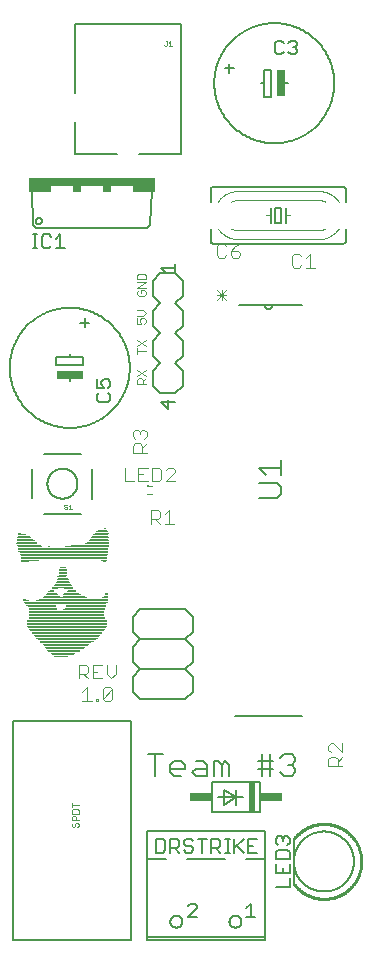
<source format=gto>
G75*
%MOIN*%
%OFA0B0*%
%FSLAX25Y25*%
%IPPOS*%
%LPD*%
%AMOC8*
5,1,8,0,0,1.08239X$1,22.5*
%
%ADD10R,0.04670X0.00333*%
%ADD11R,0.06000X0.00334*%
%ADD12R,0.07340X0.00333*%
%ADD13R,0.08330X0.00333*%
%ADD14R,0.09330X0.00334*%
%ADD15R,0.10340X0.00333*%
%ADD16R,0.11000X0.00333*%
%ADD17R,0.12000X0.00334*%
%ADD18R,0.12670X0.00333*%
%ADD19R,0.13330X0.00333*%
%ADD20R,0.14330X0.00334*%
%ADD21R,0.14660X0.00333*%
%ADD22R,0.15340X0.00333*%
%ADD23R,0.16330X0.00334*%
%ADD24R,0.17000X0.00333*%
%ADD25R,0.18000X0.00333*%
%ADD26R,0.18670X0.00334*%
%ADD27R,0.19330X0.00333*%
%ADD28R,0.20340X0.00333*%
%ADD29R,0.21000X0.00334*%
%ADD30R,0.21660X0.00333*%
%ADD31R,0.22000X0.00333*%
%ADD32R,0.22670X0.00334*%
%ADD33R,0.23330X0.00333*%
%ADD34R,0.23660X0.00333*%
%ADD35R,0.24000X0.00334*%
%ADD36R,0.24670X0.00333*%
%ADD37R,0.25330X0.00333*%
%ADD38R,0.25660X0.00334*%
%ADD39R,0.26000X0.00333*%
%ADD40R,0.26340X0.00333*%
%ADD41R,0.26670X0.00334*%
%ADD42R,0.26670X0.00333*%
%ADD43R,0.26340X0.00334*%
%ADD44R,0.25660X0.00333*%
%ADD45R,0.25000X0.00333*%
%ADD46R,0.25000X0.00334*%
%ADD47R,0.09660X0.00333*%
%ADD48R,0.14000X0.00333*%
%ADD49R,0.09330X0.00333*%
%ADD50R,0.13660X0.00333*%
%ADD51R,0.09340X0.00334*%
%ADD52R,0.13330X0.00334*%
%ADD53R,0.09340X0.00333*%
%ADD54R,0.09670X0.00333*%
%ADD55R,0.10670X0.00334*%
%ADD56R,0.14670X0.00334*%
%ADD57R,0.27000X0.00333*%
%ADD58R,0.27670X0.00333*%
%ADD59R,0.27670X0.00334*%
%ADD60R,0.01670X0.00333*%
%ADD61R,0.23670X0.00333*%
%ADD62R,0.01000X0.00333*%
%ADD63R,0.23000X0.00333*%
%ADD64R,0.16000X0.00334*%
%ADD65R,0.03000X0.00334*%
%ADD66R,0.14670X0.00333*%
%ADD67R,0.02330X0.00333*%
%ADD68R,0.05330X0.00333*%
%ADD69R,0.07330X0.00333*%
%ADD70R,0.01660X0.00333*%
%ADD71R,0.04670X0.00334*%
%ADD72R,0.06340X0.00334*%
%ADD73R,0.01330X0.00334*%
%ADD74R,0.04000X0.00333*%
%ADD75R,0.05670X0.00333*%
%ADD76R,0.03330X0.00333*%
%ADD77R,0.05000X0.00333*%
%ADD78R,0.02330X0.00334*%
%ADD79R,0.03660X0.00334*%
%ADD80R,0.03000X0.00333*%
%ADD81R,0.02660X0.00333*%
%ADD82R,0.01670X0.00334*%
%ADD83R,0.02670X0.00334*%
%ADD84R,0.02000X0.00333*%
%ADD85R,0.07000X0.00333*%
%ADD86R,0.06330X0.00334*%
%ADD87R,0.06000X0.00333*%
%ADD88R,0.05340X0.00333*%
%ADD89R,0.05000X0.00334*%
%ADD90R,0.04660X0.00333*%
%ADD91R,0.04000X0.00334*%
%ADD92R,0.03670X0.00333*%
%ADD93R,0.03340X0.00333*%
%ADD94R,0.03340X0.00334*%
%ADD95R,0.02660X0.00334*%
%ADD96R,0.00670X0.00334*%
%ADD97R,0.02340X0.00333*%
%ADD98R,0.20340X0.00334*%
%ADD99R,0.28670X0.00333*%
%ADD100R,0.28670X0.00334*%
%ADD101R,0.29330X0.00333*%
%ADD102R,0.29330X0.00334*%
%ADD103R,0.29670X0.00333*%
%ADD104R,0.29670X0.00334*%
%ADD105R,0.30330X0.00333*%
%ADD106R,0.12670X0.00334*%
%ADD107R,0.16660X0.00334*%
%ADD108R,0.00670X0.00333*%
%ADD109R,0.07670X0.00333*%
%ADD110R,0.12660X0.00333*%
%ADD111R,0.07660X0.00334*%
%ADD112R,0.08660X0.00334*%
%ADD113R,0.08000X0.00333*%
%ADD114R,0.06660X0.00333*%
%ADD115R,0.07000X0.00334*%
%ADD116R,0.05660X0.00333*%
%ADD117R,0.06330X0.00333*%
%ADD118R,0.03330X0.00334*%
%ADD119R,0.05330X0.00334*%
%ADD120R,0.02670X0.00333*%
%ADD121R,0.02000X0.00334*%
%ADD122R,0.00660X0.00333*%
%ADD123C,0.00400*%
%ADD124C,0.00600*%
%ADD125C,0.00200*%
%ADD126R,0.02500X0.09000*%
%ADD127C,0.00500*%
%ADD128R,0.09000X0.02500*%
%ADD129C,0.00800*%
%ADD130C,0.00100*%
%ADD131R,0.00984X0.00886*%
%ADD132C,0.01000*%
%ADD133C,0.00300*%
%ADD134R,0.02000X0.10000*%
%ADD135R,0.07500X0.03000*%
%ADD136R,0.42000X0.03000*%
%ADD137R,0.07500X0.02000*%
%ADD138R,0.03000X0.02000*%
D10*
X0022969Y0101324D03*
D11*
X0023304Y0101658D03*
X0035964Y0140658D03*
D12*
X0023634Y0101991D03*
D13*
X0023799Y0102324D03*
X0012799Y0137991D03*
D14*
X0023969Y0102658D03*
D15*
X0024134Y0102991D03*
D16*
X0024134Y0103324D03*
D17*
X0024304Y0103658D03*
D18*
X0024299Y0103991D03*
D19*
X0024299Y0104324D03*
X0031299Y0117991D03*
X0031299Y0118324D03*
D20*
X0024469Y0104658D03*
D21*
X0024634Y0104991D03*
X0031634Y0137991D03*
D22*
X0024634Y0105324D03*
D23*
X0024799Y0105658D03*
D24*
X0024804Y0105991D03*
D25*
X0024964Y0106324D03*
D26*
X0024969Y0106658D03*
D27*
X0024969Y0106991D03*
D28*
X0025134Y0107324D03*
D29*
X0025134Y0107658D03*
D30*
X0025134Y0107991D03*
D31*
X0024964Y0108324D03*
D32*
X0024969Y0108658D03*
D33*
X0024969Y0108991D03*
D34*
X0025134Y0109324D03*
D35*
X0024964Y0109658D03*
D36*
X0024969Y0109991D03*
D37*
X0024969Y0110324D03*
D38*
X0025134Y0110658D03*
X0025134Y0114658D03*
D39*
X0024964Y0110991D03*
D40*
X0025134Y0111324D03*
X0025134Y0112991D03*
X0025134Y0113324D03*
D41*
X0024969Y0111658D03*
D42*
X0024969Y0111991D03*
X0024969Y0112324D03*
D43*
X0025134Y0112658D03*
X0025134Y0113658D03*
D44*
X0025134Y0113991D03*
X0025134Y0114324D03*
D45*
X0025134Y0114991D03*
X0025134Y0115324D03*
X0025134Y0115991D03*
X0025134Y0116324D03*
D46*
X0025134Y0116658D03*
X0025134Y0115658D03*
D47*
X0017134Y0116991D03*
D48*
X0030634Y0116991D03*
D49*
X0016969Y0117324D03*
D50*
X0031134Y0117324D03*
D51*
X0016634Y0117658D03*
D52*
X0031299Y0117658D03*
D53*
X0016634Y0117991D03*
D54*
X0016469Y0118324D03*
D55*
X0016969Y0118658D03*
D56*
X0030969Y0118658D03*
D57*
X0024804Y0118991D03*
D58*
X0024799Y0119324D03*
D59*
X0024799Y0119658D03*
D60*
X0019799Y0122991D03*
X0011469Y0119991D03*
X0037469Y0133324D03*
D61*
X0026799Y0119991D03*
D62*
X0037804Y0132991D03*
X0038471Y0122324D03*
X0038464Y0121991D03*
X0011134Y0120324D03*
X0009464Y0142324D03*
D63*
X0027464Y0120324D03*
D64*
X0024634Y0120658D03*
D65*
X0037464Y0120658D03*
D66*
X0024299Y0120991D03*
D67*
X0023799Y0130991D03*
X0037799Y0120991D03*
D68*
X0019969Y0121324D03*
D69*
X0027299Y0121324D03*
X0035299Y0139324D03*
D70*
X0038134Y0121324D03*
X0020134Y0123324D03*
D71*
X0019969Y0121658D03*
D72*
X0027134Y0121658D03*
D73*
X0038299Y0121658D03*
D74*
X0023634Y0126324D03*
X0019964Y0121991D03*
X0010634Y0141324D03*
D75*
X0012799Y0133324D03*
X0026799Y0121991D03*
D76*
X0019969Y0122324D03*
D77*
X0026804Y0122324D03*
X0036464Y0141991D03*
D78*
X0023799Y0130658D03*
X0019799Y0122658D03*
D79*
X0027134Y0122658D03*
D80*
X0026804Y0122991D03*
X0025804Y0123991D03*
X0023464Y0127991D03*
X0037134Y0143324D03*
D81*
X0026634Y0123324D03*
X0023634Y0128324D03*
X0023634Y0128991D03*
X0023634Y0129324D03*
X0023634Y0129991D03*
X0023634Y0130324D03*
D82*
X0020469Y0123658D03*
D83*
X0026299Y0123658D03*
X0036969Y0133658D03*
D84*
X0020964Y0123991D03*
D85*
X0023804Y0124324D03*
X0011804Y0138991D03*
D86*
X0011469Y0139658D03*
X0023799Y0124658D03*
D87*
X0023634Y0124991D03*
X0011304Y0139991D03*
X0035964Y0140991D03*
D88*
X0023634Y0125324D03*
D89*
X0023804Y0125658D03*
X0010804Y0140658D03*
D90*
X0010634Y0140991D03*
X0023634Y0125991D03*
X0036634Y0142324D03*
D91*
X0036634Y0142658D03*
X0023634Y0126658D03*
D92*
X0023799Y0126991D03*
X0036799Y0142991D03*
D93*
X0023634Y0127324D03*
D94*
X0023634Y0127658D03*
D95*
X0023634Y0128658D03*
X0023634Y0129658D03*
D96*
X0010299Y0132658D03*
D97*
X0011134Y0132991D03*
D98*
X0020134Y0133658D03*
D99*
X0023969Y0133991D03*
X0023969Y0134324D03*
X0023969Y0134991D03*
D100*
X0023969Y0134658D03*
D101*
X0023969Y0135324D03*
X0023969Y0135991D03*
D102*
X0023969Y0135658D03*
D103*
X0023799Y0136324D03*
X0023799Y0136991D03*
D104*
X0023799Y0136658D03*
D105*
X0023799Y0137324D03*
D106*
X0014969Y0137658D03*
D107*
X0030634Y0137658D03*
D108*
X0018969Y0137991D03*
D109*
X0012469Y0138324D03*
D110*
X0032634Y0138324D03*
D111*
X0012134Y0138658D03*
D112*
X0034634Y0138658D03*
D113*
X0034964Y0138991D03*
D114*
X0035634Y0139991D03*
X0011634Y0139324D03*
D115*
X0035464Y0139658D03*
D116*
X0036134Y0141324D03*
X0011134Y0140324D03*
D117*
X0035799Y0140324D03*
D118*
X0010299Y0141658D03*
D119*
X0036299Y0141658D03*
D120*
X0009969Y0141991D03*
D121*
X0037304Y0143658D03*
D122*
X0037634Y0143991D03*
D123*
X0044323Y0159911D02*
X0047392Y0159911D01*
X0048927Y0159911D02*
X0048927Y0164515D01*
X0051996Y0164515D01*
X0050462Y0162213D02*
X0048927Y0162213D01*
X0048927Y0159911D02*
X0051996Y0159911D01*
X0051939Y0158485D02*
X0053514Y0158485D01*
X0053531Y0159911D02*
X0055833Y0159911D01*
X0056600Y0160678D01*
X0056600Y0163748D01*
X0055833Y0164515D01*
X0053531Y0164515D01*
X0053531Y0159911D01*
X0053514Y0155729D02*
X0051939Y0155729D01*
X0053079Y0150440D02*
X0055381Y0150440D01*
X0056149Y0149672D01*
X0056149Y0148138D01*
X0055381Y0147370D01*
X0053079Y0147370D01*
X0053079Y0145836D02*
X0053079Y0150440D01*
X0054614Y0147370D02*
X0056149Y0145836D01*
X0057683Y0145836D02*
X0060753Y0145836D01*
X0059218Y0145836D02*
X0059218Y0150440D01*
X0057683Y0148905D01*
X0058135Y0159911D02*
X0061204Y0162980D01*
X0061204Y0163748D01*
X0060437Y0164515D01*
X0058902Y0164515D01*
X0058135Y0163748D01*
X0058135Y0159911D02*
X0061204Y0159911D01*
X0051728Y0169505D02*
X0047124Y0169505D01*
X0047124Y0171807D01*
X0047891Y0172574D01*
X0049426Y0172574D01*
X0050193Y0171807D01*
X0050193Y0169505D01*
X0050193Y0171039D02*
X0051728Y0172574D01*
X0050960Y0174109D02*
X0051728Y0174876D01*
X0051728Y0176410D01*
X0050960Y0177178D01*
X0050193Y0177178D01*
X0049426Y0176410D01*
X0049426Y0175643D01*
X0049426Y0176410D02*
X0048659Y0177178D01*
X0047891Y0177178D01*
X0047124Y0176410D01*
X0047124Y0174876D01*
X0047891Y0174109D01*
X0044323Y0164515D02*
X0044323Y0159911D01*
X0041368Y0098794D02*
X0041368Y0095725D01*
X0039833Y0094190D01*
X0038299Y0095725D01*
X0038299Y0098794D01*
X0036764Y0098794D02*
X0033695Y0098794D01*
X0033695Y0094190D01*
X0036764Y0094190D01*
X0035229Y0096492D02*
X0033695Y0096492D01*
X0032160Y0096492D02*
X0031393Y0095725D01*
X0029091Y0095725D01*
X0030625Y0095725D02*
X0032160Y0094190D01*
X0032160Y0096492D02*
X0032160Y0098027D01*
X0031393Y0098794D01*
X0029091Y0098794D01*
X0029091Y0094190D01*
X0031776Y0091294D02*
X0030242Y0089759D01*
X0031776Y0091294D02*
X0031776Y0086690D01*
X0030242Y0086690D02*
X0033311Y0086690D01*
X0034846Y0086690D02*
X0035613Y0086690D01*
X0035613Y0087458D01*
X0034846Y0087458D01*
X0034846Y0086690D01*
X0037148Y0087458D02*
X0040217Y0090527D01*
X0040217Y0087458D01*
X0039450Y0086690D01*
X0037915Y0086690D01*
X0037148Y0087458D01*
X0037148Y0090527D01*
X0037915Y0091294D01*
X0039450Y0091294D01*
X0040217Y0090527D01*
X0075867Y0234468D02*
X0075100Y0235235D01*
X0075100Y0238304D01*
X0075867Y0239071D01*
X0077402Y0239071D01*
X0078169Y0238304D01*
X0079704Y0236770D02*
X0079704Y0235235D01*
X0080471Y0234468D01*
X0082006Y0234468D01*
X0082773Y0235235D01*
X0082773Y0236002D01*
X0082006Y0236770D01*
X0079704Y0236770D01*
X0081239Y0238304D01*
X0082773Y0239071D01*
X0078169Y0235235D02*
X0077402Y0234468D01*
X0075867Y0234468D01*
X0100115Y0234971D02*
X0100115Y0231902D01*
X0100883Y0231135D01*
X0102417Y0231135D01*
X0103185Y0231902D01*
X0104719Y0231135D02*
X0107789Y0231135D01*
X0106254Y0231135D02*
X0106254Y0235738D01*
X0104719Y0234204D01*
X0103185Y0234971D02*
X0102417Y0235738D01*
X0100883Y0235738D01*
X0100115Y0234971D01*
X0113044Y0072601D02*
X0112277Y0071834D01*
X0112277Y0070299D01*
X0113044Y0069532D01*
X0113044Y0067997D02*
X0114579Y0067997D01*
X0115346Y0067230D01*
X0115346Y0064928D01*
X0115346Y0066462D02*
X0116881Y0067997D01*
X0116881Y0069532D02*
X0113812Y0072601D01*
X0113044Y0072601D01*
X0113044Y0067997D02*
X0112277Y0067230D01*
X0112277Y0064928D01*
X0116881Y0064928D01*
X0116881Y0069532D02*
X0116881Y0072601D01*
D124*
X0103472Y0081650D02*
X0081072Y0081650D01*
X0077897Y0066565D02*
X0079131Y0065330D01*
X0079131Y0061627D01*
X0077459Y0057161D02*
X0081459Y0054661D01*
X0081459Y0057161D01*
X0081459Y0054661D02*
X0081459Y0052161D01*
X0081459Y0054661D02*
X0077459Y0052161D01*
X0077459Y0057161D01*
X0075459Y0054661D02*
X0081459Y0054661D01*
X0083959Y0054661D01*
X0088926Y0064096D02*
X0093864Y0064096D01*
X0093864Y0066565D02*
X0092630Y0066565D01*
X0088926Y0066565D01*
X0090161Y0069034D02*
X0090161Y0061627D01*
X0089459Y0059661D02*
X0089459Y0049661D01*
X0073459Y0049661D01*
X0073459Y0059661D01*
X0089459Y0059661D01*
X0092630Y0061627D02*
X0092630Y0069034D01*
X0096293Y0067799D02*
X0097527Y0069034D01*
X0099996Y0069034D01*
X0101230Y0067799D01*
X0101230Y0066565D01*
X0099996Y0065330D01*
X0101230Y0064096D01*
X0101230Y0062862D01*
X0099996Y0061627D01*
X0097527Y0061627D01*
X0096293Y0062862D01*
X0098762Y0065330D02*
X0099996Y0065330D01*
X0091087Y0043382D02*
X0091087Y0033980D01*
X0091087Y0007980D01*
X0091087Y0007181D01*
X0051788Y0007181D01*
X0051788Y0007980D01*
X0051788Y0033980D01*
X0051788Y0043382D01*
X0091087Y0043382D01*
X0091087Y0033980D02*
X0084788Y0033980D01*
X0077788Y0033980D02*
X0065087Y0033980D01*
X0058087Y0033980D02*
X0051788Y0033980D01*
X0059588Y0013182D02*
X0059590Y0013271D01*
X0059596Y0013360D01*
X0059606Y0013449D01*
X0059620Y0013537D01*
X0059637Y0013624D01*
X0059659Y0013710D01*
X0059685Y0013796D01*
X0059714Y0013880D01*
X0059747Y0013963D01*
X0059783Y0014044D01*
X0059824Y0014124D01*
X0059867Y0014201D01*
X0059914Y0014277D01*
X0059965Y0014350D01*
X0060018Y0014421D01*
X0060075Y0014490D01*
X0060135Y0014556D01*
X0060198Y0014620D01*
X0060263Y0014680D01*
X0060331Y0014738D01*
X0060402Y0014792D01*
X0060475Y0014843D01*
X0060550Y0014891D01*
X0060627Y0014936D01*
X0060706Y0014977D01*
X0060787Y0015014D01*
X0060869Y0015048D01*
X0060953Y0015079D01*
X0061038Y0015105D01*
X0061124Y0015128D01*
X0061211Y0015146D01*
X0061299Y0015161D01*
X0061388Y0015172D01*
X0061477Y0015179D01*
X0061566Y0015182D01*
X0061655Y0015181D01*
X0061744Y0015176D01*
X0061832Y0015167D01*
X0061921Y0015154D01*
X0062008Y0015137D01*
X0062095Y0015117D01*
X0062181Y0015092D01*
X0062265Y0015064D01*
X0062348Y0015032D01*
X0062430Y0014996D01*
X0062510Y0014957D01*
X0062588Y0014914D01*
X0062664Y0014868D01*
X0062738Y0014818D01*
X0062810Y0014765D01*
X0062879Y0014709D01*
X0062946Y0014650D01*
X0063010Y0014588D01*
X0063071Y0014524D01*
X0063130Y0014456D01*
X0063185Y0014386D01*
X0063237Y0014314D01*
X0063286Y0014239D01*
X0063331Y0014163D01*
X0063373Y0014084D01*
X0063411Y0014004D01*
X0063446Y0013922D01*
X0063477Y0013838D01*
X0063505Y0013753D01*
X0063528Y0013667D01*
X0063548Y0013580D01*
X0063564Y0013493D01*
X0063576Y0013404D01*
X0063584Y0013316D01*
X0063588Y0013227D01*
X0063588Y0013137D01*
X0063584Y0013048D01*
X0063576Y0012960D01*
X0063564Y0012871D01*
X0063548Y0012784D01*
X0063528Y0012697D01*
X0063505Y0012611D01*
X0063477Y0012526D01*
X0063446Y0012442D01*
X0063411Y0012360D01*
X0063373Y0012280D01*
X0063331Y0012201D01*
X0063286Y0012125D01*
X0063237Y0012050D01*
X0063185Y0011978D01*
X0063130Y0011908D01*
X0063071Y0011840D01*
X0063010Y0011776D01*
X0062946Y0011714D01*
X0062879Y0011655D01*
X0062810Y0011599D01*
X0062738Y0011546D01*
X0062664Y0011496D01*
X0062588Y0011450D01*
X0062510Y0011407D01*
X0062430Y0011368D01*
X0062348Y0011332D01*
X0062265Y0011300D01*
X0062181Y0011272D01*
X0062095Y0011247D01*
X0062008Y0011227D01*
X0061921Y0011210D01*
X0061832Y0011197D01*
X0061744Y0011188D01*
X0061655Y0011183D01*
X0061566Y0011182D01*
X0061477Y0011185D01*
X0061388Y0011192D01*
X0061299Y0011203D01*
X0061211Y0011218D01*
X0061124Y0011236D01*
X0061038Y0011259D01*
X0060953Y0011285D01*
X0060869Y0011316D01*
X0060787Y0011350D01*
X0060706Y0011387D01*
X0060627Y0011428D01*
X0060550Y0011473D01*
X0060475Y0011521D01*
X0060402Y0011572D01*
X0060331Y0011626D01*
X0060263Y0011684D01*
X0060198Y0011744D01*
X0060135Y0011808D01*
X0060075Y0011874D01*
X0060018Y0011943D01*
X0059965Y0012014D01*
X0059914Y0012087D01*
X0059867Y0012163D01*
X0059824Y0012240D01*
X0059783Y0012320D01*
X0059747Y0012401D01*
X0059714Y0012484D01*
X0059685Y0012568D01*
X0059659Y0012654D01*
X0059637Y0012740D01*
X0059620Y0012827D01*
X0059606Y0012915D01*
X0059596Y0013004D01*
X0059590Y0013093D01*
X0059588Y0013182D01*
X0051788Y0007980D02*
X0091087Y0007980D01*
X0079288Y0013182D02*
X0079290Y0013271D01*
X0079296Y0013360D01*
X0079306Y0013449D01*
X0079320Y0013537D01*
X0079337Y0013624D01*
X0079359Y0013710D01*
X0079385Y0013796D01*
X0079414Y0013880D01*
X0079447Y0013963D01*
X0079483Y0014044D01*
X0079524Y0014124D01*
X0079567Y0014201D01*
X0079614Y0014277D01*
X0079665Y0014350D01*
X0079718Y0014421D01*
X0079775Y0014490D01*
X0079835Y0014556D01*
X0079898Y0014620D01*
X0079963Y0014680D01*
X0080031Y0014738D01*
X0080102Y0014792D01*
X0080175Y0014843D01*
X0080250Y0014891D01*
X0080327Y0014936D01*
X0080406Y0014977D01*
X0080487Y0015014D01*
X0080569Y0015048D01*
X0080653Y0015079D01*
X0080738Y0015105D01*
X0080824Y0015128D01*
X0080911Y0015146D01*
X0080999Y0015161D01*
X0081088Y0015172D01*
X0081177Y0015179D01*
X0081266Y0015182D01*
X0081355Y0015181D01*
X0081444Y0015176D01*
X0081532Y0015167D01*
X0081621Y0015154D01*
X0081708Y0015137D01*
X0081795Y0015117D01*
X0081881Y0015092D01*
X0081965Y0015064D01*
X0082048Y0015032D01*
X0082130Y0014996D01*
X0082210Y0014957D01*
X0082288Y0014914D01*
X0082364Y0014868D01*
X0082438Y0014818D01*
X0082510Y0014765D01*
X0082579Y0014709D01*
X0082646Y0014650D01*
X0082710Y0014588D01*
X0082771Y0014524D01*
X0082830Y0014456D01*
X0082885Y0014386D01*
X0082937Y0014314D01*
X0082986Y0014239D01*
X0083031Y0014163D01*
X0083073Y0014084D01*
X0083111Y0014004D01*
X0083146Y0013922D01*
X0083177Y0013838D01*
X0083205Y0013753D01*
X0083228Y0013667D01*
X0083248Y0013580D01*
X0083264Y0013493D01*
X0083276Y0013404D01*
X0083284Y0013316D01*
X0083288Y0013227D01*
X0083288Y0013137D01*
X0083284Y0013048D01*
X0083276Y0012960D01*
X0083264Y0012871D01*
X0083248Y0012784D01*
X0083228Y0012697D01*
X0083205Y0012611D01*
X0083177Y0012526D01*
X0083146Y0012442D01*
X0083111Y0012360D01*
X0083073Y0012280D01*
X0083031Y0012201D01*
X0082986Y0012125D01*
X0082937Y0012050D01*
X0082885Y0011978D01*
X0082830Y0011908D01*
X0082771Y0011840D01*
X0082710Y0011776D01*
X0082646Y0011714D01*
X0082579Y0011655D01*
X0082510Y0011599D01*
X0082438Y0011546D01*
X0082364Y0011496D01*
X0082288Y0011450D01*
X0082210Y0011407D01*
X0082130Y0011368D01*
X0082048Y0011332D01*
X0081965Y0011300D01*
X0081881Y0011272D01*
X0081795Y0011247D01*
X0081708Y0011227D01*
X0081621Y0011210D01*
X0081532Y0011197D01*
X0081444Y0011188D01*
X0081355Y0011183D01*
X0081266Y0011182D01*
X0081177Y0011185D01*
X0081088Y0011192D01*
X0080999Y0011203D01*
X0080911Y0011218D01*
X0080824Y0011236D01*
X0080738Y0011259D01*
X0080653Y0011285D01*
X0080569Y0011316D01*
X0080487Y0011350D01*
X0080406Y0011387D01*
X0080327Y0011428D01*
X0080250Y0011473D01*
X0080175Y0011521D01*
X0080102Y0011572D01*
X0080031Y0011626D01*
X0079963Y0011684D01*
X0079898Y0011744D01*
X0079835Y0011808D01*
X0079775Y0011874D01*
X0079718Y0011943D01*
X0079665Y0012014D01*
X0079614Y0012087D01*
X0079567Y0012163D01*
X0079524Y0012240D01*
X0079483Y0012320D01*
X0079447Y0012401D01*
X0079414Y0012484D01*
X0079385Y0012568D01*
X0079359Y0012654D01*
X0079337Y0012740D01*
X0079320Y0012827D01*
X0079306Y0012915D01*
X0079296Y0013004D01*
X0079290Y0013093D01*
X0079288Y0013182D01*
X0076663Y0061627D02*
X0076663Y0065330D01*
X0077897Y0066565D01*
X0076663Y0065330D02*
X0075428Y0066565D01*
X0074194Y0066565D01*
X0074194Y0061627D01*
X0071765Y0061627D02*
X0068062Y0061627D01*
X0066828Y0062862D01*
X0068062Y0064096D01*
X0071765Y0064096D01*
X0071765Y0065330D02*
X0071765Y0061627D01*
X0071765Y0065330D02*
X0070531Y0066565D01*
X0068062Y0066565D01*
X0064399Y0065330D02*
X0064399Y0064096D01*
X0059461Y0064096D01*
X0059461Y0062862D02*
X0059461Y0065330D01*
X0060696Y0066565D01*
X0063164Y0066565D01*
X0064399Y0065330D01*
X0063164Y0061627D02*
X0060696Y0061627D01*
X0059461Y0062862D01*
X0057033Y0069034D02*
X0052095Y0069034D01*
X0054564Y0069034D02*
X0054564Y0061627D01*
X0049628Y0087323D02*
X0047128Y0089823D01*
X0047128Y0094823D01*
X0049628Y0097323D01*
X0064628Y0097323D01*
X0067128Y0099823D01*
X0067128Y0104823D01*
X0064628Y0107323D01*
X0067128Y0109823D01*
X0067128Y0114823D01*
X0064628Y0117323D01*
X0049628Y0117323D01*
X0047128Y0114823D01*
X0047128Y0109823D01*
X0049628Y0107323D01*
X0064628Y0107323D01*
X0064628Y0097323D02*
X0067128Y0094823D01*
X0067128Y0089823D01*
X0064628Y0087323D01*
X0049628Y0087323D01*
X0049628Y0097323D02*
X0047128Y0099823D01*
X0047128Y0104823D01*
X0049628Y0107323D01*
X0056294Y0189312D02*
X0053794Y0191812D01*
X0053794Y0196812D01*
X0056294Y0199312D01*
X0053794Y0201812D01*
X0053794Y0206812D01*
X0056294Y0209312D01*
X0053794Y0211812D01*
X0053794Y0216812D01*
X0056294Y0219312D01*
X0053794Y0221812D01*
X0053794Y0226812D01*
X0056294Y0229312D01*
X0061294Y0229312D01*
X0063794Y0226812D01*
X0063794Y0221812D01*
X0061294Y0219312D01*
X0063794Y0216812D01*
X0063794Y0211812D01*
X0061294Y0209312D01*
X0063794Y0206812D01*
X0063794Y0201812D01*
X0061294Y0199312D01*
X0063794Y0196812D01*
X0063794Y0191812D01*
X0061294Y0189312D01*
X0056294Y0189312D01*
X0074040Y0239153D02*
X0117040Y0239153D01*
X0117100Y0239155D01*
X0117161Y0239160D01*
X0117220Y0239169D01*
X0117279Y0239182D01*
X0117338Y0239198D01*
X0117395Y0239218D01*
X0117450Y0239241D01*
X0117505Y0239268D01*
X0117557Y0239297D01*
X0117608Y0239330D01*
X0117657Y0239366D01*
X0117703Y0239404D01*
X0117747Y0239446D01*
X0117789Y0239490D01*
X0117827Y0239536D01*
X0117863Y0239585D01*
X0117896Y0239636D01*
X0117925Y0239688D01*
X0117952Y0239743D01*
X0117975Y0239798D01*
X0117995Y0239855D01*
X0118011Y0239914D01*
X0118024Y0239973D01*
X0118033Y0240032D01*
X0118038Y0240093D01*
X0118040Y0240153D01*
X0118040Y0244153D01*
X0118040Y0253153D02*
X0118040Y0257153D01*
X0118038Y0257213D01*
X0118033Y0257274D01*
X0118024Y0257333D01*
X0118011Y0257392D01*
X0117995Y0257451D01*
X0117975Y0257508D01*
X0117952Y0257563D01*
X0117925Y0257618D01*
X0117896Y0257670D01*
X0117863Y0257721D01*
X0117827Y0257770D01*
X0117789Y0257816D01*
X0117747Y0257860D01*
X0117703Y0257902D01*
X0117657Y0257940D01*
X0117608Y0257976D01*
X0117557Y0258009D01*
X0117505Y0258038D01*
X0117450Y0258065D01*
X0117395Y0258088D01*
X0117338Y0258108D01*
X0117279Y0258124D01*
X0117220Y0258137D01*
X0117161Y0258146D01*
X0117100Y0258151D01*
X0117040Y0258153D01*
X0074040Y0258153D01*
X0073980Y0258151D01*
X0073919Y0258146D01*
X0073860Y0258137D01*
X0073801Y0258124D01*
X0073742Y0258108D01*
X0073685Y0258088D01*
X0073630Y0258065D01*
X0073575Y0258038D01*
X0073523Y0258009D01*
X0073472Y0257976D01*
X0073423Y0257940D01*
X0073377Y0257902D01*
X0073333Y0257860D01*
X0073291Y0257816D01*
X0073253Y0257770D01*
X0073217Y0257721D01*
X0073184Y0257670D01*
X0073155Y0257618D01*
X0073128Y0257563D01*
X0073105Y0257508D01*
X0073085Y0257451D01*
X0073069Y0257392D01*
X0073056Y0257333D01*
X0073047Y0257274D01*
X0073042Y0257213D01*
X0073040Y0257153D01*
X0073040Y0253153D01*
X0073040Y0244153D02*
X0073040Y0240153D01*
X0073042Y0240093D01*
X0073047Y0240032D01*
X0073056Y0239973D01*
X0073069Y0239914D01*
X0073085Y0239855D01*
X0073105Y0239798D01*
X0073128Y0239743D01*
X0073155Y0239688D01*
X0073184Y0239636D01*
X0073217Y0239585D01*
X0073253Y0239536D01*
X0073291Y0239490D01*
X0073333Y0239446D01*
X0073377Y0239404D01*
X0073423Y0239366D01*
X0073472Y0239330D01*
X0073523Y0239297D01*
X0073575Y0239268D01*
X0073630Y0239241D01*
X0073685Y0239218D01*
X0073742Y0239198D01*
X0073801Y0239182D01*
X0073860Y0239169D01*
X0073919Y0239160D01*
X0073980Y0239155D01*
X0074040Y0239153D01*
X0082472Y0218650D02*
X0091072Y0218650D01*
X0093472Y0218650D01*
X0103472Y0218650D01*
X0093472Y0218650D02*
X0093470Y0218581D01*
X0093464Y0218513D01*
X0093454Y0218445D01*
X0093441Y0218378D01*
X0093423Y0218312D01*
X0093402Y0218247D01*
X0093377Y0218183D01*
X0093349Y0218121D01*
X0093317Y0218060D01*
X0093282Y0218001D01*
X0093243Y0217945D01*
X0093201Y0217890D01*
X0093156Y0217839D01*
X0093108Y0217789D01*
X0093058Y0217743D01*
X0093005Y0217700D01*
X0092949Y0217659D01*
X0092892Y0217622D01*
X0092832Y0217589D01*
X0092770Y0217558D01*
X0092707Y0217532D01*
X0092643Y0217509D01*
X0092577Y0217489D01*
X0092510Y0217474D01*
X0092443Y0217462D01*
X0092375Y0217454D01*
X0092306Y0217450D01*
X0092238Y0217450D01*
X0092169Y0217454D01*
X0092101Y0217462D01*
X0092034Y0217474D01*
X0091967Y0217489D01*
X0091901Y0217509D01*
X0091837Y0217532D01*
X0091774Y0217558D01*
X0091712Y0217589D01*
X0091652Y0217622D01*
X0091595Y0217659D01*
X0091539Y0217700D01*
X0091486Y0217743D01*
X0091436Y0217789D01*
X0091388Y0217839D01*
X0091343Y0217890D01*
X0091301Y0217945D01*
X0091262Y0218001D01*
X0091227Y0218060D01*
X0091195Y0218121D01*
X0091167Y0218183D01*
X0091142Y0218247D01*
X0091121Y0218312D01*
X0091103Y0218378D01*
X0091090Y0218445D01*
X0091080Y0218513D01*
X0091074Y0218581D01*
X0091072Y0218650D01*
X0093040Y0246153D02*
X0093040Y0248653D01*
X0093040Y0251153D01*
X0094540Y0251153D02*
X0094540Y0246153D01*
X0096540Y0246153D01*
X0096540Y0251153D01*
X0094540Y0251153D01*
X0098040Y0251153D02*
X0098040Y0248653D01*
X0098040Y0246153D01*
X0093216Y0288117D02*
X0090716Y0288117D01*
X0090716Y0292617D01*
X0090716Y0297117D01*
X0093216Y0297117D01*
X0093216Y0288117D01*
X0074216Y0292617D02*
X0074222Y0293108D01*
X0074240Y0293598D01*
X0074270Y0294088D01*
X0074312Y0294577D01*
X0074366Y0295065D01*
X0074432Y0295552D01*
X0074510Y0296036D01*
X0074600Y0296519D01*
X0074702Y0296999D01*
X0074815Y0297477D01*
X0074940Y0297951D01*
X0075077Y0298423D01*
X0075225Y0298891D01*
X0075385Y0299355D01*
X0075556Y0299815D01*
X0075738Y0300271D01*
X0075932Y0300722D01*
X0076136Y0301168D01*
X0076352Y0301609D01*
X0076578Y0302045D01*
X0076814Y0302475D01*
X0077061Y0302899D01*
X0077319Y0303317D01*
X0077587Y0303728D01*
X0077864Y0304133D01*
X0078152Y0304531D01*
X0078449Y0304922D01*
X0078756Y0305305D01*
X0079072Y0305680D01*
X0079397Y0306048D01*
X0079731Y0306408D01*
X0080074Y0306759D01*
X0080425Y0307102D01*
X0080785Y0307436D01*
X0081153Y0307761D01*
X0081528Y0308077D01*
X0081911Y0308384D01*
X0082302Y0308681D01*
X0082700Y0308969D01*
X0083105Y0309246D01*
X0083516Y0309514D01*
X0083934Y0309772D01*
X0084358Y0310019D01*
X0084788Y0310255D01*
X0085224Y0310481D01*
X0085665Y0310697D01*
X0086111Y0310901D01*
X0086562Y0311095D01*
X0087018Y0311277D01*
X0087478Y0311448D01*
X0087942Y0311608D01*
X0088410Y0311756D01*
X0088882Y0311893D01*
X0089356Y0312018D01*
X0089834Y0312131D01*
X0090314Y0312233D01*
X0090797Y0312323D01*
X0091281Y0312401D01*
X0091768Y0312467D01*
X0092256Y0312521D01*
X0092745Y0312563D01*
X0093235Y0312593D01*
X0093725Y0312611D01*
X0094216Y0312617D01*
X0094707Y0312611D01*
X0095197Y0312593D01*
X0095687Y0312563D01*
X0096176Y0312521D01*
X0096664Y0312467D01*
X0097151Y0312401D01*
X0097635Y0312323D01*
X0098118Y0312233D01*
X0098598Y0312131D01*
X0099076Y0312018D01*
X0099550Y0311893D01*
X0100022Y0311756D01*
X0100490Y0311608D01*
X0100954Y0311448D01*
X0101414Y0311277D01*
X0101870Y0311095D01*
X0102321Y0310901D01*
X0102767Y0310697D01*
X0103208Y0310481D01*
X0103644Y0310255D01*
X0104074Y0310019D01*
X0104498Y0309772D01*
X0104916Y0309514D01*
X0105327Y0309246D01*
X0105732Y0308969D01*
X0106130Y0308681D01*
X0106521Y0308384D01*
X0106904Y0308077D01*
X0107279Y0307761D01*
X0107647Y0307436D01*
X0108007Y0307102D01*
X0108358Y0306759D01*
X0108701Y0306408D01*
X0109035Y0306048D01*
X0109360Y0305680D01*
X0109676Y0305305D01*
X0109983Y0304922D01*
X0110280Y0304531D01*
X0110568Y0304133D01*
X0110845Y0303728D01*
X0111113Y0303317D01*
X0111371Y0302899D01*
X0111618Y0302475D01*
X0111854Y0302045D01*
X0112080Y0301609D01*
X0112296Y0301168D01*
X0112500Y0300722D01*
X0112694Y0300271D01*
X0112876Y0299815D01*
X0113047Y0299355D01*
X0113207Y0298891D01*
X0113355Y0298423D01*
X0113492Y0297951D01*
X0113617Y0297477D01*
X0113730Y0296999D01*
X0113832Y0296519D01*
X0113922Y0296036D01*
X0114000Y0295552D01*
X0114066Y0295065D01*
X0114120Y0294577D01*
X0114162Y0294088D01*
X0114192Y0293598D01*
X0114210Y0293108D01*
X0114216Y0292617D01*
X0114210Y0292126D01*
X0114192Y0291636D01*
X0114162Y0291146D01*
X0114120Y0290657D01*
X0114066Y0290169D01*
X0114000Y0289682D01*
X0113922Y0289198D01*
X0113832Y0288715D01*
X0113730Y0288235D01*
X0113617Y0287757D01*
X0113492Y0287283D01*
X0113355Y0286811D01*
X0113207Y0286343D01*
X0113047Y0285879D01*
X0112876Y0285419D01*
X0112694Y0284963D01*
X0112500Y0284512D01*
X0112296Y0284066D01*
X0112080Y0283625D01*
X0111854Y0283189D01*
X0111618Y0282759D01*
X0111371Y0282335D01*
X0111113Y0281917D01*
X0110845Y0281506D01*
X0110568Y0281101D01*
X0110280Y0280703D01*
X0109983Y0280312D01*
X0109676Y0279929D01*
X0109360Y0279554D01*
X0109035Y0279186D01*
X0108701Y0278826D01*
X0108358Y0278475D01*
X0108007Y0278132D01*
X0107647Y0277798D01*
X0107279Y0277473D01*
X0106904Y0277157D01*
X0106521Y0276850D01*
X0106130Y0276553D01*
X0105732Y0276265D01*
X0105327Y0275988D01*
X0104916Y0275720D01*
X0104498Y0275462D01*
X0104074Y0275215D01*
X0103644Y0274979D01*
X0103208Y0274753D01*
X0102767Y0274537D01*
X0102321Y0274333D01*
X0101870Y0274139D01*
X0101414Y0273957D01*
X0100954Y0273786D01*
X0100490Y0273626D01*
X0100022Y0273478D01*
X0099550Y0273341D01*
X0099076Y0273216D01*
X0098598Y0273103D01*
X0098118Y0273001D01*
X0097635Y0272911D01*
X0097151Y0272833D01*
X0096664Y0272767D01*
X0096176Y0272713D01*
X0095687Y0272671D01*
X0095197Y0272641D01*
X0094707Y0272623D01*
X0094216Y0272617D01*
X0093725Y0272623D01*
X0093235Y0272641D01*
X0092745Y0272671D01*
X0092256Y0272713D01*
X0091768Y0272767D01*
X0091281Y0272833D01*
X0090797Y0272911D01*
X0090314Y0273001D01*
X0089834Y0273103D01*
X0089356Y0273216D01*
X0088882Y0273341D01*
X0088410Y0273478D01*
X0087942Y0273626D01*
X0087478Y0273786D01*
X0087018Y0273957D01*
X0086562Y0274139D01*
X0086111Y0274333D01*
X0085665Y0274537D01*
X0085224Y0274753D01*
X0084788Y0274979D01*
X0084358Y0275215D01*
X0083934Y0275462D01*
X0083516Y0275720D01*
X0083105Y0275988D01*
X0082700Y0276265D01*
X0082302Y0276553D01*
X0081911Y0276850D01*
X0081528Y0277157D01*
X0081153Y0277473D01*
X0080785Y0277798D01*
X0080425Y0278132D01*
X0080074Y0278475D01*
X0079731Y0278826D01*
X0079397Y0279186D01*
X0079072Y0279554D01*
X0078756Y0279929D01*
X0078449Y0280312D01*
X0078152Y0280703D01*
X0077864Y0281101D01*
X0077587Y0281506D01*
X0077319Y0281917D01*
X0077061Y0282335D01*
X0076814Y0282759D01*
X0076578Y0283189D01*
X0076352Y0283625D01*
X0076136Y0284066D01*
X0075932Y0284512D01*
X0075738Y0284963D01*
X0075556Y0285419D01*
X0075385Y0285879D01*
X0075225Y0286343D01*
X0075077Y0286811D01*
X0074940Y0287283D01*
X0074815Y0287757D01*
X0074702Y0288235D01*
X0074600Y0288715D01*
X0074510Y0289198D01*
X0074432Y0289682D01*
X0074366Y0290169D01*
X0074312Y0290657D01*
X0074270Y0291146D01*
X0074240Y0291636D01*
X0074222Y0292126D01*
X0074216Y0292617D01*
X0077716Y0297617D02*
X0080716Y0297617D01*
X0079216Y0299117D02*
X0079216Y0296117D01*
X0089716Y0292617D02*
X0090716Y0292617D01*
X0096716Y0292617D02*
X0098716Y0292617D01*
X0032549Y0212746D02*
X0029549Y0212746D01*
X0031049Y0211246D02*
X0031049Y0214246D01*
X0026049Y0202246D02*
X0026049Y0201246D01*
X0030549Y0201246D01*
X0030549Y0198746D01*
X0021549Y0198746D01*
X0021549Y0201246D01*
X0026049Y0201246D01*
X0006049Y0197746D02*
X0006055Y0198237D01*
X0006073Y0198727D01*
X0006103Y0199217D01*
X0006145Y0199706D01*
X0006199Y0200194D01*
X0006265Y0200681D01*
X0006343Y0201165D01*
X0006433Y0201648D01*
X0006535Y0202128D01*
X0006648Y0202606D01*
X0006773Y0203080D01*
X0006910Y0203552D01*
X0007058Y0204020D01*
X0007218Y0204484D01*
X0007389Y0204944D01*
X0007571Y0205400D01*
X0007765Y0205851D01*
X0007969Y0206297D01*
X0008185Y0206738D01*
X0008411Y0207174D01*
X0008647Y0207604D01*
X0008894Y0208028D01*
X0009152Y0208446D01*
X0009420Y0208857D01*
X0009697Y0209262D01*
X0009985Y0209660D01*
X0010282Y0210051D01*
X0010589Y0210434D01*
X0010905Y0210809D01*
X0011230Y0211177D01*
X0011564Y0211537D01*
X0011907Y0211888D01*
X0012258Y0212231D01*
X0012618Y0212565D01*
X0012986Y0212890D01*
X0013361Y0213206D01*
X0013744Y0213513D01*
X0014135Y0213810D01*
X0014533Y0214098D01*
X0014938Y0214375D01*
X0015349Y0214643D01*
X0015767Y0214901D01*
X0016191Y0215148D01*
X0016621Y0215384D01*
X0017057Y0215610D01*
X0017498Y0215826D01*
X0017944Y0216030D01*
X0018395Y0216224D01*
X0018851Y0216406D01*
X0019311Y0216577D01*
X0019775Y0216737D01*
X0020243Y0216885D01*
X0020715Y0217022D01*
X0021189Y0217147D01*
X0021667Y0217260D01*
X0022147Y0217362D01*
X0022630Y0217452D01*
X0023114Y0217530D01*
X0023601Y0217596D01*
X0024089Y0217650D01*
X0024578Y0217692D01*
X0025068Y0217722D01*
X0025558Y0217740D01*
X0026049Y0217746D01*
X0026540Y0217740D01*
X0027030Y0217722D01*
X0027520Y0217692D01*
X0028009Y0217650D01*
X0028497Y0217596D01*
X0028984Y0217530D01*
X0029468Y0217452D01*
X0029951Y0217362D01*
X0030431Y0217260D01*
X0030909Y0217147D01*
X0031383Y0217022D01*
X0031855Y0216885D01*
X0032323Y0216737D01*
X0032787Y0216577D01*
X0033247Y0216406D01*
X0033703Y0216224D01*
X0034154Y0216030D01*
X0034600Y0215826D01*
X0035041Y0215610D01*
X0035477Y0215384D01*
X0035907Y0215148D01*
X0036331Y0214901D01*
X0036749Y0214643D01*
X0037160Y0214375D01*
X0037565Y0214098D01*
X0037963Y0213810D01*
X0038354Y0213513D01*
X0038737Y0213206D01*
X0039112Y0212890D01*
X0039480Y0212565D01*
X0039840Y0212231D01*
X0040191Y0211888D01*
X0040534Y0211537D01*
X0040868Y0211177D01*
X0041193Y0210809D01*
X0041509Y0210434D01*
X0041816Y0210051D01*
X0042113Y0209660D01*
X0042401Y0209262D01*
X0042678Y0208857D01*
X0042946Y0208446D01*
X0043204Y0208028D01*
X0043451Y0207604D01*
X0043687Y0207174D01*
X0043913Y0206738D01*
X0044129Y0206297D01*
X0044333Y0205851D01*
X0044527Y0205400D01*
X0044709Y0204944D01*
X0044880Y0204484D01*
X0045040Y0204020D01*
X0045188Y0203552D01*
X0045325Y0203080D01*
X0045450Y0202606D01*
X0045563Y0202128D01*
X0045665Y0201648D01*
X0045755Y0201165D01*
X0045833Y0200681D01*
X0045899Y0200194D01*
X0045953Y0199706D01*
X0045995Y0199217D01*
X0046025Y0198727D01*
X0046043Y0198237D01*
X0046049Y0197746D01*
X0046043Y0197255D01*
X0046025Y0196765D01*
X0045995Y0196275D01*
X0045953Y0195786D01*
X0045899Y0195298D01*
X0045833Y0194811D01*
X0045755Y0194327D01*
X0045665Y0193844D01*
X0045563Y0193364D01*
X0045450Y0192886D01*
X0045325Y0192412D01*
X0045188Y0191940D01*
X0045040Y0191472D01*
X0044880Y0191008D01*
X0044709Y0190548D01*
X0044527Y0190092D01*
X0044333Y0189641D01*
X0044129Y0189195D01*
X0043913Y0188754D01*
X0043687Y0188318D01*
X0043451Y0187888D01*
X0043204Y0187464D01*
X0042946Y0187046D01*
X0042678Y0186635D01*
X0042401Y0186230D01*
X0042113Y0185832D01*
X0041816Y0185441D01*
X0041509Y0185058D01*
X0041193Y0184683D01*
X0040868Y0184315D01*
X0040534Y0183955D01*
X0040191Y0183604D01*
X0039840Y0183261D01*
X0039480Y0182927D01*
X0039112Y0182602D01*
X0038737Y0182286D01*
X0038354Y0181979D01*
X0037963Y0181682D01*
X0037565Y0181394D01*
X0037160Y0181117D01*
X0036749Y0180849D01*
X0036331Y0180591D01*
X0035907Y0180344D01*
X0035477Y0180108D01*
X0035041Y0179882D01*
X0034600Y0179666D01*
X0034154Y0179462D01*
X0033703Y0179268D01*
X0033247Y0179086D01*
X0032787Y0178915D01*
X0032323Y0178755D01*
X0031855Y0178607D01*
X0031383Y0178470D01*
X0030909Y0178345D01*
X0030431Y0178232D01*
X0029951Y0178130D01*
X0029468Y0178040D01*
X0028984Y0177962D01*
X0028497Y0177896D01*
X0028009Y0177842D01*
X0027520Y0177800D01*
X0027030Y0177770D01*
X0026540Y0177752D01*
X0026049Y0177746D01*
X0025558Y0177752D01*
X0025068Y0177770D01*
X0024578Y0177800D01*
X0024089Y0177842D01*
X0023601Y0177896D01*
X0023114Y0177962D01*
X0022630Y0178040D01*
X0022147Y0178130D01*
X0021667Y0178232D01*
X0021189Y0178345D01*
X0020715Y0178470D01*
X0020243Y0178607D01*
X0019775Y0178755D01*
X0019311Y0178915D01*
X0018851Y0179086D01*
X0018395Y0179268D01*
X0017944Y0179462D01*
X0017498Y0179666D01*
X0017057Y0179882D01*
X0016621Y0180108D01*
X0016191Y0180344D01*
X0015767Y0180591D01*
X0015349Y0180849D01*
X0014938Y0181117D01*
X0014533Y0181394D01*
X0014135Y0181682D01*
X0013744Y0181979D01*
X0013361Y0182286D01*
X0012986Y0182602D01*
X0012618Y0182927D01*
X0012258Y0183261D01*
X0011907Y0183604D01*
X0011564Y0183955D01*
X0011230Y0184315D01*
X0010905Y0184683D01*
X0010589Y0185058D01*
X0010282Y0185441D01*
X0009985Y0185832D01*
X0009697Y0186230D01*
X0009420Y0186635D01*
X0009152Y0187046D01*
X0008894Y0187464D01*
X0008647Y0187888D01*
X0008411Y0188318D01*
X0008185Y0188754D01*
X0007969Y0189195D01*
X0007765Y0189641D01*
X0007571Y0190092D01*
X0007389Y0190548D01*
X0007218Y0191008D01*
X0007058Y0191472D01*
X0006910Y0191940D01*
X0006773Y0192412D01*
X0006648Y0192886D01*
X0006535Y0193364D01*
X0006433Y0193844D01*
X0006343Y0194327D01*
X0006265Y0194811D01*
X0006199Y0195298D01*
X0006145Y0195786D01*
X0006103Y0196275D01*
X0006073Y0196765D01*
X0006055Y0197255D01*
X0006049Y0197746D01*
X0026049Y0195246D02*
X0026049Y0193246D01*
X0100755Y0033214D02*
X0100758Y0033459D01*
X0100767Y0033705D01*
X0100782Y0033950D01*
X0100803Y0034194D01*
X0100830Y0034438D01*
X0100863Y0034681D01*
X0100902Y0034924D01*
X0100947Y0035165D01*
X0100998Y0035405D01*
X0101055Y0035644D01*
X0101117Y0035881D01*
X0101186Y0036117D01*
X0101260Y0036351D01*
X0101340Y0036583D01*
X0101425Y0036813D01*
X0101516Y0037041D01*
X0101613Y0037266D01*
X0101715Y0037490D01*
X0101823Y0037710D01*
X0101936Y0037928D01*
X0102054Y0038143D01*
X0102178Y0038355D01*
X0102306Y0038564D01*
X0102440Y0038770D01*
X0102579Y0038972D01*
X0102723Y0039171D01*
X0102872Y0039366D01*
X0103025Y0039558D01*
X0103183Y0039746D01*
X0103345Y0039930D01*
X0103513Y0040109D01*
X0103684Y0040285D01*
X0103860Y0040456D01*
X0104039Y0040624D01*
X0104223Y0040786D01*
X0104411Y0040944D01*
X0104603Y0041097D01*
X0104798Y0041246D01*
X0104997Y0041390D01*
X0105199Y0041529D01*
X0105405Y0041663D01*
X0105614Y0041791D01*
X0105826Y0041915D01*
X0106041Y0042033D01*
X0106259Y0042146D01*
X0106479Y0042254D01*
X0106703Y0042356D01*
X0106928Y0042453D01*
X0107156Y0042544D01*
X0107386Y0042629D01*
X0107618Y0042709D01*
X0107852Y0042783D01*
X0108088Y0042852D01*
X0108325Y0042914D01*
X0108564Y0042971D01*
X0108804Y0043022D01*
X0109045Y0043067D01*
X0109288Y0043106D01*
X0109531Y0043139D01*
X0109775Y0043166D01*
X0110019Y0043187D01*
X0110264Y0043202D01*
X0110510Y0043211D01*
X0110755Y0043214D01*
X0111000Y0043211D01*
X0111246Y0043202D01*
X0111491Y0043187D01*
X0111735Y0043166D01*
X0111979Y0043139D01*
X0112222Y0043106D01*
X0112465Y0043067D01*
X0112706Y0043022D01*
X0112946Y0042971D01*
X0113185Y0042914D01*
X0113422Y0042852D01*
X0113658Y0042783D01*
X0113892Y0042709D01*
X0114124Y0042629D01*
X0114354Y0042544D01*
X0114582Y0042453D01*
X0114807Y0042356D01*
X0115031Y0042254D01*
X0115251Y0042146D01*
X0115469Y0042033D01*
X0115684Y0041915D01*
X0115896Y0041791D01*
X0116105Y0041663D01*
X0116311Y0041529D01*
X0116513Y0041390D01*
X0116712Y0041246D01*
X0116907Y0041097D01*
X0117099Y0040944D01*
X0117287Y0040786D01*
X0117471Y0040624D01*
X0117650Y0040456D01*
X0117826Y0040285D01*
X0117997Y0040109D01*
X0118165Y0039930D01*
X0118327Y0039746D01*
X0118485Y0039558D01*
X0118638Y0039366D01*
X0118787Y0039171D01*
X0118931Y0038972D01*
X0119070Y0038770D01*
X0119204Y0038564D01*
X0119332Y0038355D01*
X0119456Y0038143D01*
X0119574Y0037928D01*
X0119687Y0037710D01*
X0119795Y0037490D01*
X0119897Y0037266D01*
X0119994Y0037041D01*
X0120085Y0036813D01*
X0120170Y0036583D01*
X0120250Y0036351D01*
X0120324Y0036117D01*
X0120393Y0035881D01*
X0120455Y0035644D01*
X0120512Y0035405D01*
X0120563Y0035165D01*
X0120608Y0034924D01*
X0120647Y0034681D01*
X0120680Y0034438D01*
X0120707Y0034194D01*
X0120728Y0033950D01*
X0120743Y0033705D01*
X0120752Y0033459D01*
X0120755Y0033214D01*
X0120752Y0032969D01*
X0120743Y0032723D01*
X0120728Y0032478D01*
X0120707Y0032234D01*
X0120680Y0031990D01*
X0120647Y0031747D01*
X0120608Y0031504D01*
X0120563Y0031263D01*
X0120512Y0031023D01*
X0120455Y0030784D01*
X0120393Y0030547D01*
X0120324Y0030311D01*
X0120250Y0030077D01*
X0120170Y0029845D01*
X0120085Y0029615D01*
X0119994Y0029387D01*
X0119897Y0029162D01*
X0119795Y0028938D01*
X0119687Y0028718D01*
X0119574Y0028500D01*
X0119456Y0028285D01*
X0119332Y0028073D01*
X0119204Y0027864D01*
X0119070Y0027658D01*
X0118931Y0027456D01*
X0118787Y0027257D01*
X0118638Y0027062D01*
X0118485Y0026870D01*
X0118327Y0026682D01*
X0118165Y0026498D01*
X0117997Y0026319D01*
X0117826Y0026143D01*
X0117650Y0025972D01*
X0117471Y0025804D01*
X0117287Y0025642D01*
X0117099Y0025484D01*
X0116907Y0025331D01*
X0116712Y0025182D01*
X0116513Y0025038D01*
X0116311Y0024899D01*
X0116105Y0024765D01*
X0115896Y0024637D01*
X0115684Y0024513D01*
X0115469Y0024395D01*
X0115251Y0024282D01*
X0115031Y0024174D01*
X0114807Y0024072D01*
X0114582Y0023975D01*
X0114354Y0023884D01*
X0114124Y0023799D01*
X0113892Y0023719D01*
X0113658Y0023645D01*
X0113422Y0023576D01*
X0113185Y0023514D01*
X0112946Y0023457D01*
X0112706Y0023406D01*
X0112465Y0023361D01*
X0112222Y0023322D01*
X0111979Y0023289D01*
X0111735Y0023262D01*
X0111491Y0023241D01*
X0111246Y0023226D01*
X0111000Y0023217D01*
X0110755Y0023214D01*
X0110510Y0023217D01*
X0110264Y0023226D01*
X0110019Y0023241D01*
X0109775Y0023262D01*
X0109531Y0023289D01*
X0109288Y0023322D01*
X0109045Y0023361D01*
X0108804Y0023406D01*
X0108564Y0023457D01*
X0108325Y0023514D01*
X0108088Y0023576D01*
X0107852Y0023645D01*
X0107618Y0023719D01*
X0107386Y0023799D01*
X0107156Y0023884D01*
X0106928Y0023975D01*
X0106703Y0024072D01*
X0106479Y0024174D01*
X0106259Y0024282D01*
X0106041Y0024395D01*
X0105826Y0024513D01*
X0105614Y0024637D01*
X0105405Y0024765D01*
X0105199Y0024899D01*
X0104997Y0025038D01*
X0104798Y0025182D01*
X0104603Y0025331D01*
X0104411Y0025484D01*
X0104223Y0025642D01*
X0104039Y0025804D01*
X0103860Y0025972D01*
X0103684Y0026143D01*
X0103513Y0026319D01*
X0103345Y0026498D01*
X0103183Y0026682D01*
X0103025Y0026870D01*
X0102872Y0027062D01*
X0102723Y0027257D01*
X0102579Y0027456D01*
X0102440Y0027658D01*
X0102306Y0027864D01*
X0102178Y0028073D01*
X0102054Y0028285D01*
X0101936Y0028500D01*
X0101823Y0028718D01*
X0101715Y0028938D01*
X0101613Y0029162D01*
X0101516Y0029387D01*
X0101425Y0029615D01*
X0101340Y0029845D01*
X0101260Y0030077D01*
X0101186Y0030311D01*
X0101117Y0030547D01*
X0101055Y0030784D01*
X0100998Y0031023D01*
X0100947Y0031263D01*
X0100902Y0031504D01*
X0100863Y0031747D01*
X0100830Y0031990D01*
X0100803Y0032234D01*
X0100782Y0032478D01*
X0100767Y0032723D01*
X0100758Y0032969D01*
X0100755Y0033214D01*
D125*
X0051362Y0192414D02*
X0048559Y0192414D01*
X0048559Y0193815D01*
X0049026Y0194282D01*
X0049961Y0194282D01*
X0050428Y0193815D01*
X0050428Y0192414D01*
X0050428Y0193348D02*
X0051362Y0194282D01*
X0051362Y0195177D02*
X0048559Y0197045D01*
X0048559Y0195177D02*
X0051362Y0197045D01*
X0048559Y0202413D02*
X0048559Y0204281D01*
X0048559Y0205176D02*
X0051362Y0207044D01*
X0051362Y0205176D02*
X0048559Y0207044D01*
X0048559Y0203347D02*
X0051362Y0203347D01*
X0050895Y0212412D02*
X0051362Y0212879D01*
X0051362Y0213813D01*
X0050895Y0214280D01*
X0049961Y0214280D01*
X0049493Y0213813D01*
X0049493Y0213346D01*
X0049961Y0212412D01*
X0048559Y0212412D01*
X0048559Y0214280D01*
X0048559Y0215175D02*
X0050428Y0215175D01*
X0051362Y0216109D01*
X0050428Y0217043D01*
X0048559Y0217043D01*
X0049026Y0221745D02*
X0050895Y0221745D01*
X0051362Y0222212D01*
X0051362Y0223146D01*
X0050895Y0223613D01*
X0049961Y0223613D01*
X0049961Y0222679D01*
X0049026Y0223613D02*
X0048559Y0223146D01*
X0048559Y0222212D01*
X0049026Y0221745D01*
X0048559Y0224507D02*
X0051362Y0226375D01*
X0048559Y0226375D01*
X0048559Y0227269D02*
X0048559Y0228670D01*
X0049026Y0229138D01*
X0050895Y0229138D01*
X0051362Y0228670D01*
X0051362Y0227269D01*
X0048559Y0227269D01*
X0048559Y0224507D02*
X0051362Y0224507D01*
X0082040Y0240653D02*
X0109040Y0240653D01*
X0109040Y0243653D02*
X0082040Y0243653D01*
X0081907Y0243655D01*
X0081775Y0243660D01*
X0081643Y0243669D01*
X0081510Y0243681D01*
X0081379Y0243697D01*
X0081247Y0243716D01*
X0081117Y0243739D01*
X0080987Y0243765D01*
X0080857Y0243795D01*
X0080729Y0243828D01*
X0080601Y0243864D01*
X0080475Y0243904D01*
X0080349Y0243947D01*
X0080225Y0243994D01*
X0080102Y0244044D01*
X0079981Y0244097D01*
X0079861Y0244153D01*
X0082040Y0240653D02*
X0081846Y0240655D01*
X0081651Y0240662D01*
X0081457Y0240674D01*
X0081263Y0240691D01*
X0081069Y0240712D01*
X0080876Y0240738D01*
X0080684Y0240769D01*
X0080493Y0240804D01*
X0080302Y0240844D01*
X0080113Y0240889D01*
X0079924Y0240938D01*
X0079737Y0240992D01*
X0079551Y0241050D01*
X0079367Y0241113D01*
X0079184Y0241180D01*
X0079003Y0241252D01*
X0078824Y0241328D01*
X0078647Y0241408D01*
X0078472Y0241493D01*
X0078298Y0241582D01*
X0078127Y0241675D01*
X0077959Y0241772D01*
X0077793Y0241874D01*
X0077629Y0241979D01*
X0077468Y0242088D01*
X0077309Y0242202D01*
X0077154Y0242319D01*
X0077001Y0242439D01*
X0076851Y0242564D01*
X0076705Y0242692D01*
X0076561Y0242823D01*
X0076421Y0242958D01*
X0076284Y0243097D01*
X0076151Y0243239D01*
X0076021Y0243383D01*
X0075894Y0243531D01*
X0075771Y0243683D01*
X0075652Y0243837D01*
X0075537Y0243993D01*
X0075426Y0244153D01*
X0079861Y0253153D02*
X0079981Y0253209D01*
X0080102Y0253262D01*
X0080225Y0253312D01*
X0080349Y0253359D01*
X0080475Y0253402D01*
X0080601Y0253442D01*
X0080729Y0253478D01*
X0080857Y0253511D01*
X0080987Y0253541D01*
X0081117Y0253567D01*
X0081247Y0253590D01*
X0081379Y0253609D01*
X0081510Y0253625D01*
X0081643Y0253637D01*
X0081775Y0253646D01*
X0081907Y0253651D01*
X0082040Y0253653D01*
X0109040Y0253653D01*
X0109040Y0256653D02*
X0082040Y0256653D01*
X0081845Y0256651D01*
X0081651Y0256644D01*
X0081456Y0256632D01*
X0081262Y0256615D01*
X0081069Y0256594D01*
X0080876Y0256568D01*
X0080684Y0256537D01*
X0080492Y0256502D01*
X0080302Y0256462D01*
X0080112Y0256417D01*
X0079924Y0256368D01*
X0079737Y0256314D01*
X0079551Y0256256D01*
X0079367Y0256193D01*
X0079184Y0256126D01*
X0079003Y0256054D01*
X0078824Y0255978D01*
X0078647Y0255898D01*
X0078471Y0255813D01*
X0078298Y0255724D01*
X0078127Y0255631D01*
X0077959Y0255534D01*
X0077792Y0255432D01*
X0077629Y0255327D01*
X0077468Y0255217D01*
X0077309Y0255104D01*
X0077154Y0254987D01*
X0077001Y0254866D01*
X0076851Y0254742D01*
X0076705Y0254614D01*
X0076561Y0254482D01*
X0076421Y0254347D01*
X0076284Y0254209D01*
X0076151Y0254067D01*
X0076021Y0253922D01*
X0075894Y0253774D01*
X0075771Y0253623D01*
X0075652Y0253469D01*
X0075537Y0253312D01*
X0075425Y0253153D01*
X0091540Y0248653D02*
X0093040Y0248653D01*
X0098040Y0248653D02*
X0099540Y0248653D01*
X0109040Y0240653D02*
X0109235Y0240655D01*
X0109430Y0240662D01*
X0109624Y0240674D01*
X0109818Y0240691D01*
X0110011Y0240712D01*
X0110204Y0240738D01*
X0110397Y0240769D01*
X0110588Y0240804D01*
X0110779Y0240844D01*
X0110968Y0240889D01*
X0111156Y0240938D01*
X0111344Y0240992D01*
X0111529Y0241050D01*
X0111714Y0241113D01*
X0111896Y0241180D01*
X0112077Y0241252D01*
X0112256Y0241328D01*
X0112434Y0241408D01*
X0112609Y0241493D01*
X0112782Y0241582D01*
X0112953Y0241675D01*
X0113122Y0241773D01*
X0113288Y0241874D01*
X0113452Y0241979D01*
X0113613Y0242089D01*
X0113771Y0242202D01*
X0113927Y0242319D01*
X0114079Y0242440D01*
X0114229Y0242564D01*
X0114376Y0242692D01*
X0114519Y0242824D01*
X0114659Y0242959D01*
X0114796Y0243097D01*
X0114930Y0243239D01*
X0115060Y0243384D01*
X0115186Y0243532D01*
X0115309Y0243683D01*
X0115428Y0243837D01*
X0115543Y0243994D01*
X0115655Y0244153D01*
X0115654Y0253153D02*
X0115543Y0253313D01*
X0115428Y0253469D01*
X0115309Y0253623D01*
X0115186Y0253775D01*
X0115059Y0253923D01*
X0114929Y0254067D01*
X0114796Y0254209D01*
X0114659Y0254348D01*
X0114519Y0254483D01*
X0114375Y0254614D01*
X0114229Y0254742D01*
X0114079Y0254867D01*
X0113926Y0254987D01*
X0113771Y0255104D01*
X0113612Y0255218D01*
X0113451Y0255327D01*
X0113287Y0255432D01*
X0113121Y0255534D01*
X0112953Y0255631D01*
X0112782Y0255724D01*
X0112608Y0255813D01*
X0112433Y0255898D01*
X0112256Y0255978D01*
X0112077Y0256054D01*
X0111896Y0256126D01*
X0111713Y0256193D01*
X0111529Y0256256D01*
X0111343Y0256314D01*
X0111156Y0256368D01*
X0110967Y0256417D01*
X0110778Y0256462D01*
X0110587Y0256502D01*
X0110396Y0256537D01*
X0110204Y0256568D01*
X0110011Y0256594D01*
X0109817Y0256615D01*
X0109623Y0256632D01*
X0109429Y0256644D01*
X0109234Y0256651D01*
X0109040Y0256653D01*
X0109040Y0253653D02*
X0109173Y0253651D01*
X0109305Y0253646D01*
X0109437Y0253637D01*
X0109570Y0253625D01*
X0109701Y0253609D01*
X0109833Y0253590D01*
X0109963Y0253567D01*
X0110093Y0253541D01*
X0110223Y0253511D01*
X0110351Y0253478D01*
X0110479Y0253442D01*
X0110605Y0253402D01*
X0110731Y0253359D01*
X0110855Y0253312D01*
X0110978Y0253262D01*
X0111099Y0253209D01*
X0111219Y0253153D01*
X0111219Y0244153D02*
X0111099Y0244097D01*
X0110978Y0244044D01*
X0110855Y0243994D01*
X0110731Y0243947D01*
X0110605Y0243904D01*
X0110479Y0243864D01*
X0110351Y0243828D01*
X0110223Y0243795D01*
X0110093Y0243765D01*
X0109963Y0243739D01*
X0109833Y0243716D01*
X0109701Y0243697D01*
X0109570Y0243681D01*
X0109437Y0243669D01*
X0109305Y0243660D01*
X0109173Y0243655D01*
X0109040Y0243653D01*
X0028982Y0052041D02*
X0026780Y0052041D01*
X0026780Y0051307D02*
X0026780Y0052775D01*
X0027147Y0050565D02*
X0026780Y0050198D01*
X0026780Y0049097D01*
X0028982Y0049097D01*
X0028982Y0050198D01*
X0028615Y0050565D01*
X0027147Y0050565D01*
X0027147Y0048355D02*
X0027881Y0048355D01*
X0028248Y0047988D01*
X0028248Y0046888D01*
X0028982Y0046888D02*
X0026780Y0046888D01*
X0026780Y0047988D01*
X0027147Y0048355D01*
X0027147Y0046146D02*
X0026780Y0045779D01*
X0026780Y0045045D01*
X0027147Y0044678D01*
X0027514Y0044678D01*
X0027881Y0045045D01*
X0027881Y0045779D01*
X0028248Y0046146D01*
X0028615Y0046146D01*
X0028982Y0045779D01*
X0028982Y0045045D01*
X0028615Y0044678D01*
D126*
X0096466Y0292617D03*
D127*
X0096553Y0302334D02*
X0095052Y0302334D01*
X0094301Y0303085D01*
X0094301Y0306087D01*
X0095052Y0306838D01*
X0096553Y0306838D01*
X0097304Y0306087D01*
X0098905Y0306087D02*
X0099656Y0306838D01*
X0101157Y0306838D01*
X0101908Y0306087D01*
X0101908Y0305337D01*
X0101157Y0304586D01*
X0101908Y0303835D01*
X0101908Y0303085D01*
X0101157Y0302334D01*
X0099656Y0302334D01*
X0098905Y0303085D01*
X0097304Y0303085D02*
X0096553Y0302334D01*
X0100407Y0304586D02*
X0101157Y0304586D01*
X0061044Y0232461D02*
X0061044Y0229459D01*
X0061044Y0230960D02*
X0056540Y0230960D01*
X0058042Y0229459D01*
X0051963Y0244307D02*
X0052963Y0245307D01*
X0053463Y0256807D01*
X0051963Y0244307D02*
X0014963Y0244307D01*
X0013963Y0245307D01*
X0013463Y0256807D01*
X0014763Y0246707D02*
X0014765Y0246770D01*
X0014771Y0246832D01*
X0014781Y0246894D01*
X0014794Y0246956D01*
X0014812Y0247016D01*
X0014833Y0247075D01*
X0014858Y0247133D01*
X0014887Y0247189D01*
X0014919Y0247243D01*
X0014954Y0247295D01*
X0014992Y0247344D01*
X0015034Y0247392D01*
X0015078Y0247436D01*
X0015126Y0247478D01*
X0015175Y0247516D01*
X0015227Y0247551D01*
X0015281Y0247583D01*
X0015337Y0247612D01*
X0015395Y0247637D01*
X0015454Y0247658D01*
X0015514Y0247676D01*
X0015576Y0247689D01*
X0015638Y0247699D01*
X0015700Y0247705D01*
X0015763Y0247707D01*
X0015826Y0247705D01*
X0015888Y0247699D01*
X0015950Y0247689D01*
X0016012Y0247676D01*
X0016072Y0247658D01*
X0016131Y0247637D01*
X0016189Y0247612D01*
X0016245Y0247583D01*
X0016299Y0247551D01*
X0016351Y0247516D01*
X0016400Y0247478D01*
X0016448Y0247436D01*
X0016492Y0247392D01*
X0016534Y0247344D01*
X0016572Y0247295D01*
X0016607Y0247243D01*
X0016639Y0247189D01*
X0016668Y0247133D01*
X0016693Y0247075D01*
X0016714Y0247016D01*
X0016732Y0246956D01*
X0016745Y0246894D01*
X0016755Y0246832D01*
X0016761Y0246770D01*
X0016763Y0246707D01*
X0016761Y0246644D01*
X0016755Y0246582D01*
X0016745Y0246520D01*
X0016732Y0246458D01*
X0016714Y0246398D01*
X0016693Y0246339D01*
X0016668Y0246281D01*
X0016639Y0246225D01*
X0016607Y0246171D01*
X0016572Y0246119D01*
X0016534Y0246070D01*
X0016492Y0246022D01*
X0016448Y0245978D01*
X0016400Y0245936D01*
X0016351Y0245898D01*
X0016299Y0245863D01*
X0016245Y0245831D01*
X0016189Y0245802D01*
X0016131Y0245777D01*
X0016072Y0245756D01*
X0016012Y0245738D01*
X0015950Y0245725D01*
X0015888Y0245715D01*
X0015826Y0245709D01*
X0015763Y0245707D01*
X0015700Y0245709D01*
X0015638Y0245715D01*
X0015576Y0245725D01*
X0015514Y0245738D01*
X0015454Y0245756D01*
X0015395Y0245777D01*
X0015337Y0245802D01*
X0015281Y0245831D01*
X0015227Y0245863D01*
X0015175Y0245898D01*
X0015126Y0245936D01*
X0015078Y0245978D01*
X0015034Y0246022D01*
X0014992Y0246070D01*
X0014954Y0246119D01*
X0014919Y0246171D01*
X0014887Y0246225D01*
X0014858Y0246281D01*
X0014833Y0246339D01*
X0014812Y0246398D01*
X0014794Y0246458D01*
X0014781Y0246520D01*
X0014771Y0246582D01*
X0014765Y0246644D01*
X0014763Y0246707D01*
X0014464Y0242261D02*
X0014464Y0237757D01*
X0013713Y0237757D02*
X0015215Y0237757D01*
X0016783Y0238508D02*
X0016783Y0241510D01*
X0017533Y0242261D01*
X0019035Y0242261D01*
X0019785Y0241510D01*
X0021387Y0240760D02*
X0022888Y0242261D01*
X0022888Y0237757D01*
X0021387Y0237757D02*
X0024389Y0237757D01*
X0019785Y0238508D02*
X0019035Y0237757D01*
X0017533Y0237757D01*
X0016783Y0238508D01*
X0015215Y0242261D02*
X0013713Y0242261D01*
X0035096Y0193893D02*
X0035096Y0190890D01*
X0037348Y0190890D01*
X0036597Y0192391D01*
X0036597Y0193142D01*
X0037348Y0193893D01*
X0038849Y0193893D01*
X0039599Y0193142D01*
X0039599Y0191641D01*
X0038849Y0190890D01*
X0038849Y0189289D02*
X0039599Y0188538D01*
X0039599Y0187037D01*
X0038849Y0186286D01*
X0035846Y0186286D01*
X0035096Y0187037D01*
X0035096Y0188538D01*
X0035846Y0189289D01*
X0056540Y0186210D02*
X0058792Y0183959D01*
X0058792Y0186961D01*
X0061044Y0186210D02*
X0056540Y0186210D01*
X0057126Y0040669D02*
X0054874Y0040669D01*
X0054874Y0036165D01*
X0057126Y0036165D01*
X0057877Y0036916D01*
X0057877Y0039918D01*
X0057126Y0040669D01*
X0059478Y0040669D02*
X0059478Y0036165D01*
X0059478Y0037666D02*
X0061730Y0037666D01*
X0062481Y0038417D01*
X0062481Y0039918D01*
X0061730Y0040669D01*
X0059478Y0040669D01*
X0060980Y0037666D02*
X0062481Y0036165D01*
X0064082Y0036916D02*
X0064833Y0036165D01*
X0066334Y0036165D01*
X0067085Y0036916D01*
X0067085Y0037666D01*
X0066334Y0038417D01*
X0064833Y0038417D01*
X0064082Y0039168D01*
X0064082Y0039918D01*
X0064833Y0040669D01*
X0066334Y0040669D01*
X0067085Y0039918D01*
X0068686Y0040669D02*
X0071689Y0040669D01*
X0070187Y0040669D02*
X0070187Y0036165D01*
X0073290Y0036165D02*
X0073290Y0040669D01*
X0075542Y0040669D01*
X0076293Y0039918D01*
X0076293Y0038417D01*
X0075542Y0037666D01*
X0073290Y0037666D01*
X0074791Y0037666D02*
X0076293Y0036165D01*
X0077894Y0036165D02*
X0079395Y0036165D01*
X0078645Y0036165D02*
X0078645Y0040669D01*
X0079395Y0040669D02*
X0077894Y0040669D01*
X0080963Y0040669D02*
X0080963Y0036165D01*
X0080963Y0037666D02*
X0083966Y0040669D01*
X0085567Y0040669D02*
X0085567Y0036165D01*
X0088570Y0036165D01*
X0087068Y0038417D02*
X0085567Y0038417D01*
X0085567Y0040669D02*
X0088570Y0040669D01*
X0083966Y0036165D02*
X0081714Y0038417D01*
X0086436Y0019136D02*
X0084934Y0017634D01*
X0084934Y0014632D02*
X0087937Y0014632D01*
X0086436Y0014632D02*
X0086436Y0019136D01*
X0094820Y0024783D02*
X0099324Y0024783D01*
X0099324Y0027785D01*
X0099324Y0029387D02*
X0099324Y0032389D01*
X0099324Y0033991D02*
X0099324Y0036242D01*
X0098573Y0036993D01*
X0095571Y0036993D01*
X0094820Y0036242D01*
X0094820Y0033991D01*
X0099324Y0033991D01*
X0098573Y0038594D02*
X0099324Y0039345D01*
X0099324Y0040846D01*
X0098573Y0041597D01*
X0097823Y0041597D01*
X0097072Y0040846D01*
X0097072Y0040096D01*
X0097072Y0040846D02*
X0096321Y0041597D01*
X0095571Y0041597D01*
X0094820Y0040846D01*
X0094820Y0039345D01*
X0095571Y0038594D01*
X0094820Y0032389D02*
X0094820Y0029387D01*
X0099324Y0029387D01*
X0097072Y0029387D02*
X0097072Y0030888D01*
X0068437Y0018385D02*
X0067686Y0019136D01*
X0066185Y0019136D01*
X0065434Y0018385D01*
X0068437Y0017634D02*
X0065434Y0014632D01*
X0068437Y0014632D01*
X0068437Y0017634D02*
X0068437Y0018385D01*
D128*
X0026049Y0195496D03*
D129*
X0006997Y0079913D02*
X0006997Y0007079D01*
X0046367Y0007079D01*
X0046367Y0079913D01*
X0006997Y0079913D01*
X0017548Y0149158D02*
X0029674Y0149158D01*
X0033611Y0154158D02*
X0033611Y0164040D01*
X0029674Y0169158D02*
X0017548Y0169158D01*
X0013611Y0164040D02*
X0013611Y0154276D01*
X0018611Y0159158D02*
X0018613Y0159299D01*
X0018619Y0159440D01*
X0018629Y0159580D01*
X0018643Y0159720D01*
X0018661Y0159860D01*
X0018682Y0159999D01*
X0018708Y0160138D01*
X0018737Y0160276D01*
X0018771Y0160412D01*
X0018808Y0160548D01*
X0018849Y0160683D01*
X0018894Y0160817D01*
X0018943Y0160949D01*
X0018995Y0161080D01*
X0019051Y0161209D01*
X0019111Y0161336D01*
X0019174Y0161462D01*
X0019240Y0161586D01*
X0019311Y0161709D01*
X0019384Y0161829D01*
X0019461Y0161947D01*
X0019541Y0162063D01*
X0019625Y0162176D01*
X0019711Y0162287D01*
X0019801Y0162396D01*
X0019894Y0162502D01*
X0019989Y0162605D01*
X0020088Y0162706D01*
X0020189Y0162804D01*
X0020293Y0162899D01*
X0020400Y0162991D01*
X0020509Y0163080D01*
X0020621Y0163165D01*
X0020735Y0163248D01*
X0020851Y0163328D01*
X0020970Y0163404D01*
X0021091Y0163476D01*
X0021213Y0163546D01*
X0021338Y0163611D01*
X0021464Y0163674D01*
X0021592Y0163732D01*
X0021722Y0163787D01*
X0021853Y0163839D01*
X0021986Y0163886D01*
X0022120Y0163930D01*
X0022255Y0163971D01*
X0022391Y0164007D01*
X0022528Y0164039D01*
X0022666Y0164068D01*
X0022804Y0164093D01*
X0022944Y0164113D01*
X0023084Y0164130D01*
X0023224Y0164143D01*
X0023365Y0164152D01*
X0023505Y0164157D01*
X0023646Y0164158D01*
X0023787Y0164155D01*
X0023928Y0164148D01*
X0024068Y0164137D01*
X0024208Y0164122D01*
X0024348Y0164103D01*
X0024487Y0164081D01*
X0024625Y0164054D01*
X0024763Y0164024D01*
X0024899Y0163989D01*
X0025035Y0163951D01*
X0025169Y0163909D01*
X0025303Y0163863D01*
X0025435Y0163814D01*
X0025565Y0163760D01*
X0025694Y0163703D01*
X0025821Y0163643D01*
X0025947Y0163579D01*
X0026070Y0163511D01*
X0026192Y0163440D01*
X0026312Y0163366D01*
X0026429Y0163288D01*
X0026544Y0163207D01*
X0026657Y0163123D01*
X0026768Y0163036D01*
X0026876Y0162945D01*
X0026981Y0162852D01*
X0027084Y0162755D01*
X0027184Y0162656D01*
X0027281Y0162554D01*
X0027375Y0162449D01*
X0027466Y0162342D01*
X0027554Y0162232D01*
X0027639Y0162120D01*
X0027721Y0162005D01*
X0027800Y0161888D01*
X0027875Y0161769D01*
X0027947Y0161648D01*
X0028015Y0161525D01*
X0028080Y0161400D01*
X0028142Y0161273D01*
X0028199Y0161144D01*
X0028254Y0161014D01*
X0028304Y0160883D01*
X0028351Y0160750D01*
X0028394Y0160616D01*
X0028433Y0160480D01*
X0028468Y0160344D01*
X0028500Y0160207D01*
X0028527Y0160069D01*
X0028551Y0159930D01*
X0028571Y0159790D01*
X0028587Y0159650D01*
X0028599Y0159510D01*
X0028607Y0159369D01*
X0028611Y0159228D01*
X0028611Y0159088D01*
X0028607Y0158947D01*
X0028599Y0158806D01*
X0028587Y0158666D01*
X0028571Y0158526D01*
X0028551Y0158386D01*
X0028527Y0158247D01*
X0028500Y0158109D01*
X0028468Y0157972D01*
X0028433Y0157836D01*
X0028394Y0157700D01*
X0028351Y0157566D01*
X0028304Y0157433D01*
X0028254Y0157302D01*
X0028199Y0157172D01*
X0028142Y0157043D01*
X0028080Y0156916D01*
X0028015Y0156791D01*
X0027947Y0156668D01*
X0027875Y0156547D01*
X0027800Y0156428D01*
X0027721Y0156311D01*
X0027639Y0156196D01*
X0027554Y0156084D01*
X0027466Y0155974D01*
X0027375Y0155867D01*
X0027281Y0155762D01*
X0027184Y0155660D01*
X0027084Y0155561D01*
X0026981Y0155464D01*
X0026876Y0155371D01*
X0026768Y0155280D01*
X0026657Y0155193D01*
X0026544Y0155109D01*
X0026429Y0155028D01*
X0026312Y0154950D01*
X0026192Y0154876D01*
X0026070Y0154805D01*
X0025947Y0154737D01*
X0025821Y0154673D01*
X0025694Y0154613D01*
X0025565Y0154556D01*
X0025435Y0154502D01*
X0025303Y0154453D01*
X0025169Y0154407D01*
X0025035Y0154365D01*
X0024899Y0154327D01*
X0024763Y0154292D01*
X0024625Y0154262D01*
X0024487Y0154235D01*
X0024348Y0154213D01*
X0024208Y0154194D01*
X0024068Y0154179D01*
X0023928Y0154168D01*
X0023787Y0154161D01*
X0023646Y0154158D01*
X0023505Y0154159D01*
X0023365Y0154164D01*
X0023224Y0154173D01*
X0023084Y0154186D01*
X0022944Y0154203D01*
X0022804Y0154223D01*
X0022666Y0154248D01*
X0022528Y0154277D01*
X0022391Y0154309D01*
X0022255Y0154345D01*
X0022120Y0154386D01*
X0021986Y0154430D01*
X0021853Y0154477D01*
X0021722Y0154529D01*
X0021592Y0154584D01*
X0021464Y0154642D01*
X0021338Y0154705D01*
X0021213Y0154770D01*
X0021091Y0154840D01*
X0020970Y0154912D01*
X0020851Y0154988D01*
X0020735Y0155068D01*
X0020621Y0155151D01*
X0020509Y0155236D01*
X0020400Y0155325D01*
X0020293Y0155417D01*
X0020189Y0155512D01*
X0020088Y0155610D01*
X0019989Y0155711D01*
X0019894Y0155814D01*
X0019801Y0155920D01*
X0019711Y0156029D01*
X0019625Y0156140D01*
X0019541Y0156253D01*
X0019461Y0156369D01*
X0019384Y0156487D01*
X0019311Y0156607D01*
X0019240Y0156730D01*
X0019174Y0156854D01*
X0019111Y0156980D01*
X0019051Y0157107D01*
X0018995Y0157236D01*
X0018943Y0157367D01*
X0018894Y0157499D01*
X0018849Y0157633D01*
X0018808Y0157768D01*
X0018771Y0157904D01*
X0018737Y0158040D01*
X0018708Y0158178D01*
X0018682Y0158317D01*
X0018661Y0158456D01*
X0018643Y0158596D01*
X0018629Y0158736D01*
X0018619Y0158876D01*
X0018613Y0159017D01*
X0018611Y0159158D01*
X0027746Y0269154D02*
X0027746Y0279784D01*
X0027746Y0289233D02*
X0027746Y0312461D01*
X0063179Y0312461D01*
X0063179Y0269154D01*
X0049006Y0269154D01*
X0041919Y0269154D02*
X0027746Y0269154D01*
X0089062Y0164483D02*
X0096468Y0164483D01*
X0096468Y0162015D02*
X0096468Y0166952D01*
X0095234Y0159402D02*
X0089062Y0159402D01*
X0091531Y0162015D02*
X0089062Y0164483D01*
X0089062Y0154464D02*
X0095234Y0154464D01*
X0096468Y0155699D01*
X0096468Y0158167D01*
X0095234Y0159402D01*
X0100755Y0040714D02*
X0100755Y0025714D01*
D130*
X0026689Y0150608D02*
X0025688Y0150608D01*
X0026188Y0150608D02*
X0026188Y0152109D01*
X0025688Y0151609D01*
X0025215Y0151859D02*
X0024965Y0152109D01*
X0024465Y0152109D01*
X0024215Y0151859D01*
X0024215Y0151609D01*
X0024465Y0151358D01*
X0024965Y0151358D01*
X0025215Y0151108D01*
X0025215Y0150858D01*
X0024965Y0150608D01*
X0024465Y0150608D01*
X0024215Y0150858D01*
X0057816Y0305084D02*
X0058066Y0305084D01*
X0058316Y0305334D01*
X0058316Y0306585D01*
X0058066Y0306585D02*
X0058567Y0306585D01*
X0059039Y0306085D02*
X0059539Y0306585D01*
X0059539Y0305084D01*
X0059039Y0305084D02*
X0060040Y0305084D01*
X0057816Y0305084D02*
X0057566Y0305334D01*
D131*
X0052234Y0158239D03*
D132*
X0100755Y0040714D02*
X0100942Y0040957D01*
X0101134Y0041195D01*
X0101333Y0041428D01*
X0101537Y0041656D01*
X0101746Y0041879D01*
X0101961Y0042097D01*
X0102181Y0042310D01*
X0102406Y0042517D01*
X0102637Y0042719D01*
X0102872Y0042915D01*
X0103112Y0043105D01*
X0103356Y0043289D01*
X0103605Y0043467D01*
X0103859Y0043639D01*
X0104116Y0043805D01*
X0104377Y0043965D01*
X0104642Y0044118D01*
X0104911Y0044264D01*
X0105184Y0044404D01*
X0105459Y0044537D01*
X0105738Y0044663D01*
X0106020Y0044783D01*
X0106305Y0044895D01*
X0106592Y0045000D01*
X0106882Y0045099D01*
X0107174Y0045190D01*
X0107469Y0045274D01*
X0107765Y0045351D01*
X0108063Y0045421D01*
X0108363Y0045483D01*
X0108664Y0045538D01*
X0108966Y0045585D01*
X0109270Y0045625D01*
X0109574Y0045658D01*
X0109879Y0045683D01*
X0110185Y0045701D01*
X0110491Y0045711D01*
X0110797Y0045714D01*
X0111103Y0045709D01*
X0111409Y0045697D01*
X0111715Y0045677D01*
X0112019Y0045650D01*
X0112324Y0045615D01*
X0112627Y0045573D01*
X0112929Y0045524D01*
X0113230Y0045467D01*
X0113529Y0045402D01*
X0113827Y0045331D01*
X0114122Y0045252D01*
X0114416Y0045166D01*
X0114708Y0045073D01*
X0114997Y0044972D01*
X0115284Y0044865D01*
X0115568Y0044750D01*
X0115849Y0044629D01*
X0116127Y0044501D01*
X0116402Y0044366D01*
X0116673Y0044224D01*
X0116941Y0044076D01*
X0117205Y0043921D01*
X0117465Y0043760D01*
X0117721Y0043593D01*
X0117974Y0043419D01*
X0118221Y0043239D01*
X0118465Y0043053D01*
X0118703Y0042862D01*
X0118937Y0042664D01*
X0119166Y0042461D01*
X0119390Y0042252D01*
X0119609Y0042038D01*
X0119822Y0041818D01*
X0120030Y0041594D01*
X0120233Y0041364D01*
X0120429Y0041130D01*
X0120620Y0040890D01*
X0120805Y0040647D01*
X0120984Y0040398D01*
X0121157Y0040146D01*
X0121324Y0039889D01*
X0121484Y0039628D01*
X0121638Y0039363D01*
X0121785Y0039095D01*
X0121926Y0038823D01*
X0122060Y0038548D01*
X0122187Y0038269D01*
X0122308Y0037988D01*
X0122421Y0037703D01*
X0122527Y0037416D01*
X0122627Y0037127D01*
X0122719Y0036835D01*
X0122804Y0036541D01*
X0122882Y0036245D01*
X0122953Y0035947D01*
X0123016Y0035647D01*
X0123072Y0035346D01*
X0123120Y0035044D01*
X0123161Y0034741D01*
X0123195Y0034437D01*
X0123221Y0034132D01*
X0123240Y0033826D01*
X0123251Y0033520D01*
X0123255Y0033214D01*
X0123251Y0032908D01*
X0123240Y0032602D01*
X0123221Y0032296D01*
X0123195Y0031991D01*
X0123161Y0031687D01*
X0123120Y0031384D01*
X0123072Y0031082D01*
X0123016Y0030781D01*
X0122953Y0030481D01*
X0122882Y0030183D01*
X0122804Y0029887D01*
X0122719Y0029593D01*
X0122627Y0029301D01*
X0122527Y0029012D01*
X0122421Y0028725D01*
X0122308Y0028440D01*
X0122187Y0028159D01*
X0122060Y0027880D01*
X0121926Y0027605D01*
X0121785Y0027333D01*
X0121638Y0027065D01*
X0121484Y0026800D01*
X0121324Y0026539D01*
X0121157Y0026282D01*
X0120984Y0026030D01*
X0120805Y0025781D01*
X0120620Y0025538D01*
X0120429Y0025298D01*
X0120233Y0025064D01*
X0120030Y0024834D01*
X0119822Y0024610D01*
X0119609Y0024390D01*
X0119390Y0024176D01*
X0119166Y0023967D01*
X0118937Y0023764D01*
X0118703Y0023566D01*
X0118465Y0023375D01*
X0118221Y0023189D01*
X0117974Y0023009D01*
X0117721Y0022835D01*
X0117465Y0022668D01*
X0117205Y0022507D01*
X0116941Y0022352D01*
X0116673Y0022204D01*
X0116402Y0022062D01*
X0116127Y0021927D01*
X0115849Y0021799D01*
X0115568Y0021678D01*
X0115284Y0021563D01*
X0114997Y0021456D01*
X0114708Y0021355D01*
X0114416Y0021262D01*
X0114122Y0021176D01*
X0113827Y0021097D01*
X0113529Y0021026D01*
X0113230Y0020961D01*
X0112929Y0020904D01*
X0112627Y0020855D01*
X0112324Y0020813D01*
X0112019Y0020778D01*
X0111715Y0020751D01*
X0111409Y0020731D01*
X0111103Y0020719D01*
X0110797Y0020714D01*
X0110491Y0020717D01*
X0110185Y0020727D01*
X0109879Y0020745D01*
X0109574Y0020770D01*
X0109270Y0020803D01*
X0108966Y0020843D01*
X0108664Y0020890D01*
X0108363Y0020945D01*
X0108063Y0021007D01*
X0107765Y0021077D01*
X0107469Y0021154D01*
X0107174Y0021238D01*
X0106882Y0021329D01*
X0106592Y0021428D01*
X0106305Y0021533D01*
X0106020Y0021645D01*
X0105738Y0021765D01*
X0105459Y0021891D01*
X0105184Y0022024D01*
X0104911Y0022164D01*
X0104642Y0022310D01*
X0104377Y0022463D01*
X0104116Y0022623D01*
X0103859Y0022789D01*
X0103605Y0022961D01*
X0103356Y0023139D01*
X0103112Y0023323D01*
X0102872Y0023513D01*
X0102637Y0023709D01*
X0102406Y0023911D01*
X0102181Y0024118D01*
X0101961Y0024331D01*
X0101746Y0024549D01*
X0101537Y0024772D01*
X0101333Y0025000D01*
X0101134Y0025233D01*
X0100942Y0025471D01*
X0100755Y0025714D01*
D133*
X0078258Y0220484D02*
X0075122Y0223620D01*
X0076690Y0223620D02*
X0076690Y0220484D01*
X0075122Y0220484D02*
X0078258Y0223620D01*
X0078258Y0222052D02*
X0075122Y0222052D01*
D134*
X0086959Y0054661D03*
D135*
X0093209Y0054661D03*
X0069709Y0054661D03*
D136*
X0033463Y0259807D03*
D137*
X0016213Y0257307D03*
X0050713Y0257307D03*
D138*
X0038463Y0257307D03*
X0028463Y0257307D03*
M02*

</source>
